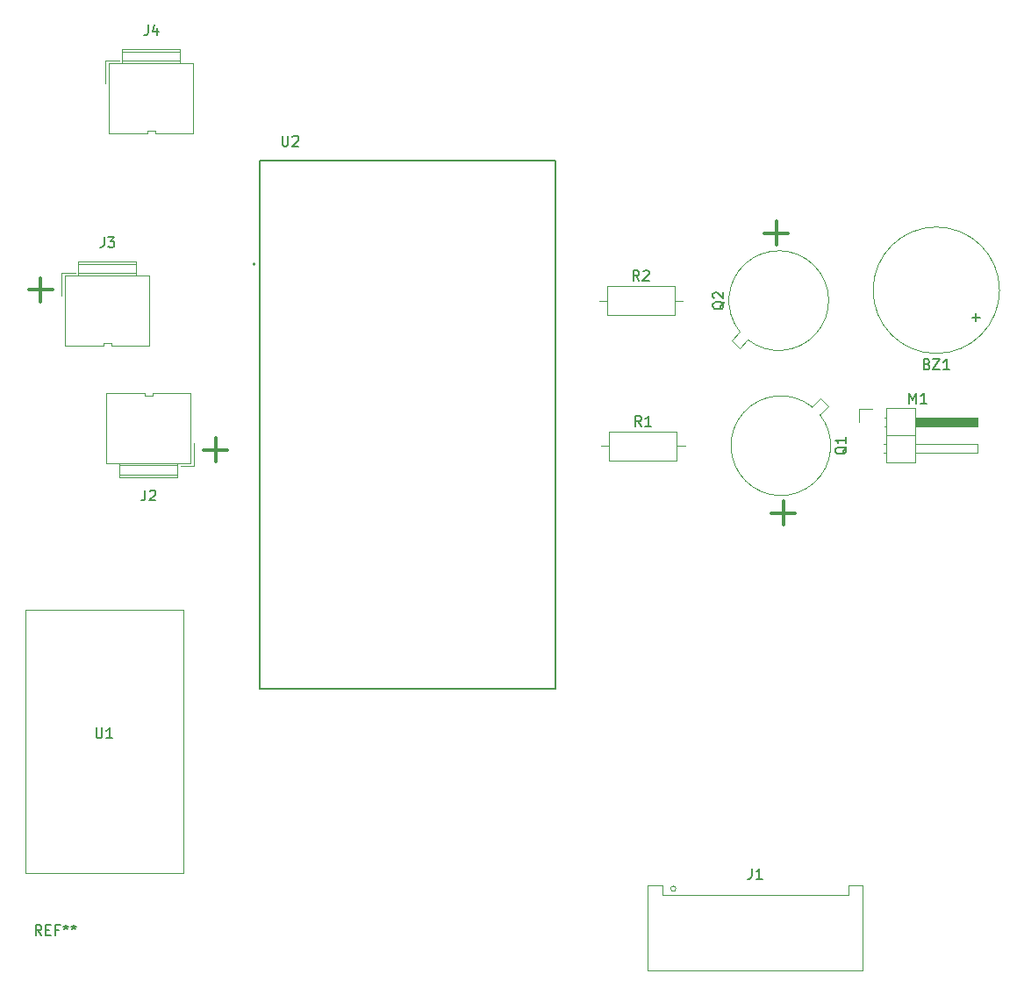
<source format=gbr>
%TF.GenerationSoftware,KiCad,Pcbnew,9.0.2*%
%TF.CreationDate,2025-07-16T12:37:39-05:00*%
%TF.ProjectId,Bast_n guiador con detecci_n,42617374-f36e-4206-9775-6961646f7220,rev?*%
%TF.SameCoordinates,Original*%
%TF.FileFunction,Legend,Top*%
%TF.FilePolarity,Positive*%
%FSLAX46Y46*%
G04 Gerber Fmt 4.6, Leading zero omitted, Abs format (unit mm)*
G04 Created by KiCad (PCBNEW 9.0.2) date 2025-07-16 12:37:39*
%MOMM*%
%LPD*%
G01*
G04 APERTURE LIST*
%ADD10C,0.300000*%
%ADD11C,0.150000*%
%ADD12C,0.120000*%
%ADD13C,0.127000*%
%ADD14C,0.200000*%
G04 APERTURE END LIST*
D10*
X142611653Y-70514400D02*
X144897368Y-70514400D01*
X143754510Y-71657257D02*
X143754510Y-69371542D01*
X87819153Y-64424400D02*
X90104868Y-64424400D01*
X88962010Y-65567257D02*
X88962010Y-63281542D01*
X70911653Y-48974400D02*
X73197368Y-48974400D01*
X72054510Y-50117257D02*
X72054510Y-47831542D01*
X141911653Y-43474400D02*
X144197368Y-43474400D01*
X143054510Y-44617257D02*
X143054510Y-42331542D01*
D11*
X72166666Y-111254819D02*
X71833333Y-110778628D01*
X71595238Y-111254819D02*
X71595238Y-110254819D01*
X71595238Y-110254819D02*
X71976190Y-110254819D01*
X71976190Y-110254819D02*
X72071428Y-110302438D01*
X72071428Y-110302438D02*
X72119047Y-110350057D01*
X72119047Y-110350057D02*
X72166666Y-110445295D01*
X72166666Y-110445295D02*
X72166666Y-110588152D01*
X72166666Y-110588152D02*
X72119047Y-110683390D01*
X72119047Y-110683390D02*
X72071428Y-110731009D01*
X72071428Y-110731009D02*
X71976190Y-110778628D01*
X71976190Y-110778628D02*
X71595238Y-110778628D01*
X72595238Y-110731009D02*
X72928571Y-110731009D01*
X73071428Y-111254819D02*
X72595238Y-111254819D01*
X72595238Y-111254819D02*
X72595238Y-110254819D01*
X72595238Y-110254819D02*
X73071428Y-110254819D01*
X73833333Y-110731009D02*
X73500000Y-110731009D01*
X73500000Y-111254819D02*
X73500000Y-110254819D01*
X73500000Y-110254819D02*
X73976190Y-110254819D01*
X74500000Y-110254819D02*
X74500000Y-110492914D01*
X74261905Y-110397676D02*
X74500000Y-110492914D01*
X74500000Y-110492914D02*
X74738095Y-110397676D01*
X74357143Y-110683390D02*
X74500000Y-110492914D01*
X74500000Y-110492914D02*
X74642857Y-110683390D01*
X75261905Y-110254819D02*
X75261905Y-110492914D01*
X75023810Y-110397676D02*
X75261905Y-110492914D01*
X75261905Y-110492914D02*
X75500000Y-110397676D01*
X75119048Y-110683390D02*
X75261905Y-110492914D01*
X75261905Y-110492914D02*
X75404762Y-110683390D01*
X77428095Y-91209819D02*
X77428095Y-92019342D01*
X77428095Y-92019342D02*
X77475714Y-92114580D01*
X77475714Y-92114580D02*
X77523333Y-92162200D01*
X77523333Y-92162200D02*
X77618571Y-92209819D01*
X77618571Y-92209819D02*
X77809047Y-92209819D01*
X77809047Y-92209819D02*
X77904285Y-92162200D01*
X77904285Y-92162200D02*
X77951904Y-92114580D01*
X77951904Y-92114580D02*
X77999523Y-92019342D01*
X77999523Y-92019342D02*
X77999523Y-91209819D01*
X78999523Y-92209819D02*
X78428095Y-92209819D01*
X78713809Y-92209819D02*
X78713809Y-91209819D01*
X78713809Y-91209819D02*
X78618571Y-91352676D01*
X78618571Y-91352676D02*
X78523333Y-91447914D01*
X78523333Y-91447914D02*
X78428095Y-91495533D01*
X149860057Y-64095238D02*
X149812438Y-64190476D01*
X149812438Y-64190476D02*
X149717200Y-64285714D01*
X149717200Y-64285714D02*
X149574342Y-64428571D01*
X149574342Y-64428571D02*
X149526723Y-64523809D01*
X149526723Y-64523809D02*
X149526723Y-64619047D01*
X149764819Y-64571428D02*
X149717200Y-64666666D01*
X149717200Y-64666666D02*
X149621961Y-64761904D01*
X149621961Y-64761904D02*
X149431485Y-64809523D01*
X149431485Y-64809523D02*
X149098152Y-64809523D01*
X149098152Y-64809523D02*
X148907676Y-64761904D01*
X148907676Y-64761904D02*
X148812438Y-64666666D01*
X148812438Y-64666666D02*
X148764819Y-64571428D01*
X148764819Y-64571428D02*
X148764819Y-64380952D01*
X148764819Y-64380952D02*
X148812438Y-64285714D01*
X148812438Y-64285714D02*
X148907676Y-64190476D01*
X148907676Y-64190476D02*
X149098152Y-64142857D01*
X149098152Y-64142857D02*
X149431485Y-64142857D01*
X149431485Y-64142857D02*
X149621961Y-64190476D01*
X149621961Y-64190476D02*
X149717200Y-64285714D01*
X149717200Y-64285714D02*
X149764819Y-64380952D01*
X149764819Y-64380952D02*
X149764819Y-64571428D01*
X149764819Y-63190476D02*
X149764819Y-63761904D01*
X149764819Y-63476190D02*
X148764819Y-63476190D01*
X148764819Y-63476190D02*
X148907676Y-63571428D01*
X148907676Y-63571428D02*
X149002914Y-63666666D01*
X149002914Y-63666666D02*
X149050533Y-63761904D01*
X155890476Y-59909819D02*
X155890476Y-58909819D01*
X155890476Y-58909819D02*
X156223809Y-59624104D01*
X156223809Y-59624104D02*
X156557142Y-58909819D01*
X156557142Y-58909819D02*
X156557142Y-59909819D01*
X157557142Y-59909819D02*
X156985714Y-59909819D01*
X157271428Y-59909819D02*
X157271428Y-58909819D01*
X157271428Y-58909819D02*
X157176190Y-59052676D01*
X157176190Y-59052676D02*
X157080952Y-59147914D01*
X157080952Y-59147914D02*
X156985714Y-59195533D01*
X130033333Y-62124819D02*
X129700000Y-61648628D01*
X129461905Y-62124819D02*
X129461905Y-61124819D01*
X129461905Y-61124819D02*
X129842857Y-61124819D01*
X129842857Y-61124819D02*
X129938095Y-61172438D01*
X129938095Y-61172438D02*
X129985714Y-61220057D01*
X129985714Y-61220057D02*
X130033333Y-61315295D01*
X130033333Y-61315295D02*
X130033333Y-61458152D01*
X130033333Y-61458152D02*
X129985714Y-61553390D01*
X129985714Y-61553390D02*
X129938095Y-61601009D01*
X129938095Y-61601009D02*
X129842857Y-61648628D01*
X129842857Y-61648628D02*
X129461905Y-61648628D01*
X130985714Y-62124819D02*
X130414286Y-62124819D01*
X130700000Y-62124819D02*
X130700000Y-61124819D01*
X130700000Y-61124819D02*
X130604762Y-61267676D01*
X130604762Y-61267676D02*
X130509524Y-61362914D01*
X130509524Y-61362914D02*
X130414286Y-61410533D01*
X129833333Y-48084819D02*
X129500000Y-47608628D01*
X129261905Y-48084819D02*
X129261905Y-47084819D01*
X129261905Y-47084819D02*
X129642857Y-47084819D01*
X129642857Y-47084819D02*
X129738095Y-47132438D01*
X129738095Y-47132438D02*
X129785714Y-47180057D01*
X129785714Y-47180057D02*
X129833333Y-47275295D01*
X129833333Y-47275295D02*
X129833333Y-47418152D01*
X129833333Y-47418152D02*
X129785714Y-47513390D01*
X129785714Y-47513390D02*
X129738095Y-47561009D01*
X129738095Y-47561009D02*
X129642857Y-47608628D01*
X129642857Y-47608628D02*
X129261905Y-47608628D01*
X130214286Y-47180057D02*
X130261905Y-47132438D01*
X130261905Y-47132438D02*
X130357143Y-47084819D01*
X130357143Y-47084819D02*
X130595238Y-47084819D01*
X130595238Y-47084819D02*
X130690476Y-47132438D01*
X130690476Y-47132438D02*
X130738095Y-47180057D01*
X130738095Y-47180057D02*
X130785714Y-47275295D01*
X130785714Y-47275295D02*
X130785714Y-47370533D01*
X130785714Y-47370533D02*
X130738095Y-47513390D01*
X130738095Y-47513390D02*
X130166667Y-48084819D01*
X130166667Y-48084819D02*
X130785714Y-48084819D01*
X95383095Y-34094819D02*
X95383095Y-34904342D01*
X95383095Y-34904342D02*
X95430714Y-34999580D01*
X95430714Y-34999580D02*
X95478333Y-35047200D01*
X95478333Y-35047200D02*
X95573571Y-35094819D01*
X95573571Y-35094819D02*
X95764047Y-35094819D01*
X95764047Y-35094819D02*
X95859285Y-35047200D01*
X95859285Y-35047200D02*
X95906904Y-34999580D01*
X95906904Y-34999580D02*
X95954523Y-34904342D01*
X95954523Y-34904342D02*
X95954523Y-34094819D01*
X96383095Y-34190057D02*
X96430714Y-34142438D01*
X96430714Y-34142438D02*
X96525952Y-34094819D01*
X96525952Y-34094819D02*
X96764047Y-34094819D01*
X96764047Y-34094819D02*
X96859285Y-34142438D01*
X96859285Y-34142438D02*
X96906904Y-34190057D01*
X96906904Y-34190057D02*
X96954523Y-34285295D01*
X96954523Y-34285295D02*
X96954523Y-34380533D01*
X96954523Y-34380533D02*
X96906904Y-34523390D01*
X96906904Y-34523390D02*
X96335476Y-35094819D01*
X96335476Y-35094819D02*
X96954523Y-35094819D01*
X82164166Y-68284819D02*
X82164166Y-68999104D01*
X82164166Y-68999104D02*
X82116547Y-69141961D01*
X82116547Y-69141961D02*
X82021309Y-69237200D01*
X82021309Y-69237200D02*
X81878452Y-69284819D01*
X81878452Y-69284819D02*
X81783214Y-69284819D01*
X82592738Y-68380057D02*
X82640357Y-68332438D01*
X82640357Y-68332438D02*
X82735595Y-68284819D01*
X82735595Y-68284819D02*
X82973690Y-68284819D01*
X82973690Y-68284819D02*
X83068928Y-68332438D01*
X83068928Y-68332438D02*
X83116547Y-68380057D01*
X83116547Y-68380057D02*
X83164166Y-68475295D01*
X83164166Y-68475295D02*
X83164166Y-68570533D01*
X83164166Y-68570533D02*
X83116547Y-68713390D01*
X83116547Y-68713390D02*
X82545119Y-69284819D01*
X82545119Y-69284819D02*
X83164166Y-69284819D01*
X78196666Y-43874819D02*
X78196666Y-44589104D01*
X78196666Y-44589104D02*
X78149047Y-44731961D01*
X78149047Y-44731961D02*
X78053809Y-44827200D01*
X78053809Y-44827200D02*
X77910952Y-44874819D01*
X77910952Y-44874819D02*
X77815714Y-44874819D01*
X78577619Y-43874819D02*
X79196666Y-43874819D01*
X79196666Y-43874819D02*
X78863333Y-44255771D01*
X78863333Y-44255771D02*
X79006190Y-44255771D01*
X79006190Y-44255771D02*
X79101428Y-44303390D01*
X79101428Y-44303390D02*
X79149047Y-44351009D01*
X79149047Y-44351009D02*
X79196666Y-44446247D01*
X79196666Y-44446247D02*
X79196666Y-44684342D01*
X79196666Y-44684342D02*
X79149047Y-44779580D01*
X79149047Y-44779580D02*
X79101428Y-44827200D01*
X79101428Y-44827200D02*
X79006190Y-44874819D01*
X79006190Y-44874819D02*
X78720476Y-44874819D01*
X78720476Y-44874819D02*
X78625238Y-44827200D01*
X78625238Y-44827200D02*
X78577619Y-44779580D01*
X157619047Y-56131009D02*
X157761904Y-56178628D01*
X157761904Y-56178628D02*
X157809523Y-56226247D01*
X157809523Y-56226247D02*
X157857142Y-56321485D01*
X157857142Y-56321485D02*
X157857142Y-56464342D01*
X157857142Y-56464342D02*
X157809523Y-56559580D01*
X157809523Y-56559580D02*
X157761904Y-56607200D01*
X157761904Y-56607200D02*
X157666666Y-56654819D01*
X157666666Y-56654819D02*
X157285714Y-56654819D01*
X157285714Y-56654819D02*
X157285714Y-55654819D01*
X157285714Y-55654819D02*
X157619047Y-55654819D01*
X157619047Y-55654819D02*
X157714285Y-55702438D01*
X157714285Y-55702438D02*
X157761904Y-55750057D01*
X157761904Y-55750057D02*
X157809523Y-55845295D01*
X157809523Y-55845295D02*
X157809523Y-55940533D01*
X157809523Y-55940533D02*
X157761904Y-56035771D01*
X157761904Y-56035771D02*
X157714285Y-56083390D01*
X157714285Y-56083390D02*
X157619047Y-56131009D01*
X157619047Y-56131009D02*
X157285714Y-56131009D01*
X158190476Y-55654819D02*
X158857142Y-55654819D01*
X158857142Y-55654819D02*
X158190476Y-56654819D01*
X158190476Y-56654819D02*
X158857142Y-56654819D01*
X159761904Y-56654819D02*
X159190476Y-56654819D01*
X159476190Y-56654819D02*
X159476190Y-55654819D01*
X159476190Y-55654819D02*
X159380952Y-55797676D01*
X159380952Y-55797676D02*
X159285714Y-55892914D01*
X159285714Y-55892914D02*
X159190476Y-55940533D01*
X161929048Y-51613866D02*
X162690953Y-51613866D01*
X162310000Y-51994819D02*
X162310000Y-51232914D01*
X140706666Y-104804819D02*
X140706666Y-105519104D01*
X140706666Y-105519104D02*
X140659047Y-105661961D01*
X140659047Y-105661961D02*
X140563809Y-105757200D01*
X140563809Y-105757200D02*
X140420952Y-105804819D01*
X140420952Y-105804819D02*
X140325714Y-105804819D01*
X141706666Y-105804819D02*
X141135238Y-105804819D01*
X141420952Y-105804819D02*
X141420952Y-104804819D01*
X141420952Y-104804819D02*
X141325714Y-104947676D01*
X141325714Y-104947676D02*
X141230476Y-105042914D01*
X141230476Y-105042914D02*
X141135238Y-105090533D01*
X138040057Y-50095238D02*
X137992438Y-50190476D01*
X137992438Y-50190476D02*
X137897200Y-50285714D01*
X137897200Y-50285714D02*
X137754342Y-50428571D01*
X137754342Y-50428571D02*
X137706723Y-50523809D01*
X137706723Y-50523809D02*
X137706723Y-50619047D01*
X137944819Y-50571428D02*
X137897200Y-50666666D01*
X137897200Y-50666666D02*
X137801961Y-50761904D01*
X137801961Y-50761904D02*
X137611485Y-50809523D01*
X137611485Y-50809523D02*
X137278152Y-50809523D01*
X137278152Y-50809523D02*
X137087676Y-50761904D01*
X137087676Y-50761904D02*
X136992438Y-50666666D01*
X136992438Y-50666666D02*
X136944819Y-50571428D01*
X136944819Y-50571428D02*
X136944819Y-50380952D01*
X136944819Y-50380952D02*
X136992438Y-50285714D01*
X136992438Y-50285714D02*
X137087676Y-50190476D01*
X137087676Y-50190476D02*
X137278152Y-50142857D01*
X137278152Y-50142857D02*
X137611485Y-50142857D01*
X137611485Y-50142857D02*
X137801961Y-50190476D01*
X137801961Y-50190476D02*
X137897200Y-50285714D01*
X137897200Y-50285714D02*
X137944819Y-50380952D01*
X137944819Y-50380952D02*
X137944819Y-50571428D01*
X137040057Y-49761904D02*
X136992438Y-49714285D01*
X136992438Y-49714285D02*
X136944819Y-49619047D01*
X136944819Y-49619047D02*
X136944819Y-49380952D01*
X136944819Y-49380952D02*
X136992438Y-49285714D01*
X136992438Y-49285714D02*
X137040057Y-49238095D01*
X137040057Y-49238095D02*
X137135295Y-49190476D01*
X137135295Y-49190476D02*
X137230533Y-49190476D01*
X137230533Y-49190476D02*
X137373390Y-49238095D01*
X137373390Y-49238095D02*
X137944819Y-49809523D01*
X137944819Y-49809523D02*
X137944819Y-49190476D01*
X82429166Y-23399819D02*
X82429166Y-24114104D01*
X82429166Y-24114104D02*
X82381547Y-24256961D01*
X82381547Y-24256961D02*
X82286309Y-24352200D01*
X82286309Y-24352200D02*
X82143452Y-24399819D01*
X82143452Y-24399819D02*
X82048214Y-24399819D01*
X83333928Y-23733152D02*
X83333928Y-24399819D01*
X83095833Y-23352200D02*
X82857738Y-24066485D01*
X82857738Y-24066485D02*
X83476785Y-24066485D01*
%TO.C,U1*%
D12*
X85810000Y-105225000D02*
X70570000Y-105225000D01*
X70570000Y-79825000D01*
X85810000Y-79825000D01*
X85810000Y-105225000D01*
%TO.C,Q1*%
X147311018Y-59425307D02*
X146497844Y-60238480D01*
X148074693Y-60188982D02*
X147311018Y-59425307D01*
X147261520Y-61002156D02*
X148074693Y-60188982D01*
X147261520Y-61002156D02*
G75*
G02*
X146497844Y-60238480I-3761520J-2997844D01*
G01*
%TO.C,M1*%
X151045000Y-60455000D02*
X152315000Y-60455000D01*
X151045000Y-61725000D02*
X151045000Y-60455000D01*
X153392358Y-63835000D02*
X153705000Y-63835000D01*
X153392358Y-64695000D02*
X153705000Y-64695000D01*
X153475000Y-61295000D02*
X153705000Y-61295000D01*
X153475000Y-62155000D02*
X153705000Y-62155000D01*
X153705000Y-60345000D02*
X153705000Y-65645000D01*
X153705000Y-62995000D02*
X156465000Y-62995000D01*
X153705000Y-65645000D02*
X156465000Y-65645000D01*
X156465000Y-60345000D02*
X153705000Y-60345000D01*
X156465000Y-63835000D02*
X162465000Y-63835000D01*
X156465000Y-65645000D02*
X156465000Y-60345000D01*
X162465000Y-63835000D02*
X162465000Y-64695000D01*
X162465000Y-64695000D02*
X156465000Y-64695000D01*
X156465000Y-61295000D02*
X162465000Y-61295000D01*
X162465000Y-62155000D01*
X156465000Y-62155000D01*
X156465000Y-61295000D01*
G36*
X156465000Y-61295000D02*
G01*
X162465000Y-61295000D01*
X162465000Y-62155000D01*
X156465000Y-62155000D01*
X156465000Y-61295000D01*
G37*
%TO.C,R1*%
X126930000Y-62670000D02*
X133470000Y-62670000D01*
X133470000Y-65410000D01*
X126930000Y-65410000D01*
X126930000Y-62670000D01*
X134240000Y-64040000D02*
X133470000Y-64040000D01*
X126160000Y-64040000D02*
X126930000Y-64040000D01*
%TO.C,R2*%
X125960000Y-50000000D02*
X126730000Y-50000000D01*
X134040000Y-50000000D02*
X133270000Y-50000000D01*
X126730000Y-48630000D02*
X133270000Y-48630000D01*
X133270000Y-51370000D01*
X126730000Y-51370000D01*
X126730000Y-48630000D01*
D13*
%TO.C,U2*%
X116280000Y-87475000D02*
X121730000Y-87475000D01*
X98590000Y-87475000D02*
X116280000Y-87475000D01*
X93220000Y-87475000D02*
X98590000Y-87475000D01*
X121730000Y-36525000D02*
X121730000Y-87475000D01*
X93220000Y-87475000D02*
X93220000Y-36525000D01*
X111000000Y-36525000D02*
X121730000Y-36525000D01*
X104289000Y-36525000D02*
X111000000Y-36525000D01*
X93220000Y-36525000D02*
X104289000Y-36525000D01*
D14*
X92750000Y-46485000D02*
G75*
G02*
X92550000Y-46485000I-100000J0D01*
G01*
X92550000Y-46485000D02*
G75*
G02*
X92750000Y-46485000I100000J0D01*
G01*
D13*
X93220000Y-87475000D02*
X93220000Y-36525000D01*
X93220000Y-36525000D02*
X121730000Y-36525000D01*
X121730000Y-87475000D02*
X93220000Y-87475000D01*
X121730000Y-36525000D02*
X121730000Y-87475000D01*
D12*
%TO.C,J2*%
X78437500Y-58920000D02*
X78437500Y-63750000D01*
X78437500Y-65660000D02*
X78437500Y-63750000D01*
X79707500Y-65660000D02*
X79707500Y-67050000D01*
X82117500Y-58920000D02*
X78437500Y-58920000D01*
X82117500Y-59180000D02*
X82117500Y-58920000D01*
X82887500Y-58920000D02*
X82887500Y-59180000D01*
X82887500Y-58920000D02*
X86567500Y-58920000D01*
X82887500Y-59180000D02*
X82117500Y-59180000D01*
X85297500Y-65660000D02*
X85297500Y-67050000D01*
X85297500Y-65910000D02*
X79707500Y-65910000D01*
X85297500Y-66800000D02*
X79707500Y-66800000D01*
X85297500Y-67050000D02*
X79707500Y-67050000D01*
X85607500Y-65950000D02*
X86907500Y-65950000D01*
X86567500Y-63750000D02*
X86567500Y-58920000D01*
X86567500Y-65660000D02*
X78437500Y-65660000D01*
X86567500Y-65660000D02*
X86567500Y-63750000D01*
X86907500Y-65950000D02*
X86907500Y-63750000D01*
%TO.C,J3*%
X74120000Y-47300000D02*
X74120000Y-49500000D01*
X74460000Y-47590000D02*
X74460000Y-49500000D01*
X74460000Y-47590000D02*
X82590000Y-47590000D01*
X74460000Y-49500000D02*
X74460000Y-54330000D01*
X75420000Y-47300000D02*
X74120000Y-47300000D01*
X75730000Y-46200000D02*
X81320000Y-46200000D01*
X75730000Y-46450000D02*
X81320000Y-46450000D01*
X75730000Y-47340000D02*
X81320000Y-47340000D01*
X75730000Y-47590000D02*
X75730000Y-46200000D01*
X78140000Y-54070000D02*
X78910000Y-54070000D01*
X78140000Y-54330000D02*
X74460000Y-54330000D01*
X78140000Y-54330000D02*
X78140000Y-54070000D01*
X78910000Y-54070000D02*
X78910000Y-54330000D01*
X78910000Y-54330000D02*
X82590000Y-54330000D01*
X81320000Y-47590000D02*
X81320000Y-46200000D01*
X82590000Y-47590000D02*
X82590000Y-49500000D01*
X82590000Y-54330000D02*
X82590000Y-49500000D01*
%TO.C,BZ1*%
X164600000Y-49000000D02*
G75*
G02*
X152400000Y-49000000I-6100000J0D01*
G01*
X152400000Y-49000000D02*
G75*
G02*
X164600000Y-49000000I6100000J0D01*
G01*
%TO.C,J1*%
X133370000Y-106750000D02*
G75*
G02*
X132870000Y-106750000I-250000J0D01*
G01*
X132870000Y-106750000D02*
G75*
G02*
X133370000Y-106750000I250000J0D01*
G01*
X151420000Y-114660000D02*
X151420000Y-106440000D01*
X151420000Y-106440000D02*
X150000000Y-106440000D01*
X150000000Y-107390000D02*
X141040000Y-107390000D01*
X150000000Y-106440000D02*
X150000000Y-107390000D01*
X141040000Y-114660000D02*
X151420000Y-114660000D01*
X141040000Y-114660000D02*
X130660000Y-114660000D01*
X132080000Y-107390000D02*
X141040000Y-107390000D01*
X132080000Y-106440000D02*
X132080000Y-107390000D01*
X130660000Y-114660000D02*
X130660000Y-106440000D01*
X130660000Y-106440000D02*
X132080000Y-106440000D01*
%TO.C,Q2*%
X139538480Y-52997844D02*
G75*
G02*
X140302156Y-53761520I3761520J2997844D01*
G01*
X139538480Y-52997844D02*
X138725307Y-53811018D01*
X138725307Y-53811018D02*
X139488982Y-54574693D01*
X139488982Y-54574693D02*
X140302156Y-53761520D01*
%TO.C,J4*%
X78352500Y-26825000D02*
X78352500Y-29025000D01*
X78692500Y-27115000D02*
X78692500Y-29025000D01*
X78692500Y-27115000D02*
X86822500Y-27115000D01*
X78692500Y-29025000D02*
X78692500Y-33855000D01*
X79652500Y-26825000D02*
X78352500Y-26825000D01*
X79962500Y-25725000D02*
X85552500Y-25725000D01*
X79962500Y-25975000D02*
X85552500Y-25975000D01*
X79962500Y-26865000D02*
X85552500Y-26865000D01*
X79962500Y-27115000D02*
X79962500Y-25725000D01*
X82372500Y-33595000D02*
X83142500Y-33595000D01*
X82372500Y-33855000D02*
X78692500Y-33855000D01*
X82372500Y-33855000D02*
X82372500Y-33595000D01*
X83142500Y-33595000D02*
X83142500Y-33855000D01*
X83142500Y-33855000D02*
X86822500Y-33855000D01*
X85552500Y-27115000D02*
X85552500Y-25725000D01*
X86822500Y-27115000D02*
X86822500Y-29025000D01*
X86822500Y-33855000D02*
X86822500Y-29025000D01*
%TD*%
M02*

</source>
